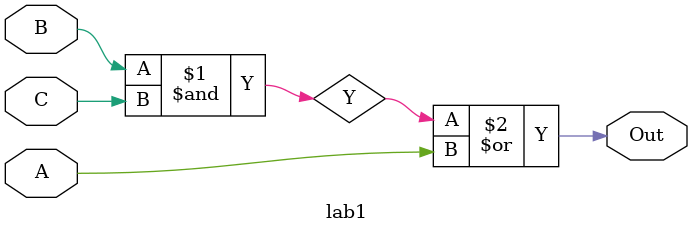
<source format=v>
module lab1 (Out,A,B,C);
output Out;
input [0:0] A;
input [0:0] B;
input [0:0] C;
wire [0:0] Y;

and(Y[0],B[0], C[0]);

or(Out, Y[0], A[0]);

endmodule



</source>
